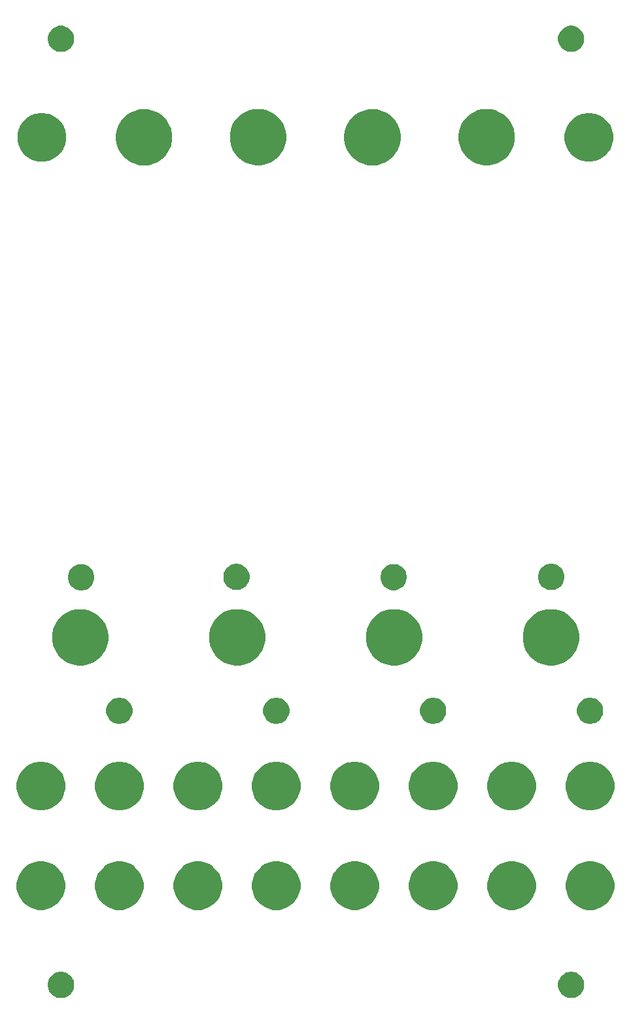
<source format=gbr>
%TF.GenerationSoftware,KiCad,Pcbnew,(5.0.1)-3*%
%TF.CreationDate,2020-04-13T19:58:09+01:00*%
%TF.ProjectId,panel,70616E656C2E6B696361645F70636200,rev?*%
%TF.SameCoordinates,Original*%
%TF.FileFunction,Soldermask,Top*%
%TF.FilePolarity,Negative*%
%FSLAX46Y46*%
G04 Gerber Fmt 4.6, Leading zero omitted, Abs format (unit mm)*
G04 Created by KiCad (PCBNEW (5.0.1)-3) date 13/04/2020 19:58:09*
%MOMM*%
%LPD*%
G01*
G04 APERTURE LIST*
%ADD10C,0.400000*%
G04 APERTURE END LIST*
D10*
G36*
X176396160Y-127314368D02*
X176396162Y-127314369D01*
X176396163Y-127314369D01*
X176510514Y-127361735D01*
X176705726Y-127442594D01*
X176984327Y-127628749D01*
X177221251Y-127865673D01*
X177407406Y-128144274D01*
X177535632Y-128453840D01*
X177601000Y-128782465D01*
X177601000Y-129117535D01*
X177535632Y-129446160D01*
X177407406Y-129755726D01*
X177221251Y-130034327D01*
X176984327Y-130271251D01*
X176705726Y-130457406D01*
X176510514Y-130538265D01*
X176396163Y-130585631D01*
X176396162Y-130585631D01*
X176396160Y-130585632D01*
X176067535Y-130651000D01*
X175732465Y-130651000D01*
X175403840Y-130585632D01*
X175403838Y-130585631D01*
X175403837Y-130585631D01*
X175289486Y-130538265D01*
X175094274Y-130457406D01*
X174815673Y-130271251D01*
X174578749Y-130034327D01*
X174392594Y-129755726D01*
X174264368Y-129446160D01*
X174199000Y-129117535D01*
X174199000Y-128782465D01*
X174264368Y-128453840D01*
X174392594Y-128144274D01*
X174578749Y-127865673D01*
X174815673Y-127628749D01*
X175094274Y-127442594D01*
X175289486Y-127361735D01*
X175403837Y-127314369D01*
X175403838Y-127314369D01*
X175403840Y-127314368D01*
X175732465Y-127249000D01*
X176067535Y-127249000D01*
X176396160Y-127314368D01*
X176396160Y-127314368D01*
G37*
G36*
X110346160Y-127314368D02*
X110346162Y-127314369D01*
X110346163Y-127314369D01*
X110460514Y-127361735D01*
X110655726Y-127442594D01*
X110934327Y-127628749D01*
X111171251Y-127865673D01*
X111357406Y-128144274D01*
X111485632Y-128453840D01*
X111551000Y-128782465D01*
X111551000Y-129117535D01*
X111485632Y-129446160D01*
X111357406Y-129755726D01*
X111171251Y-130034327D01*
X110934327Y-130271251D01*
X110655726Y-130457406D01*
X110460514Y-130538265D01*
X110346163Y-130585631D01*
X110346162Y-130585631D01*
X110346160Y-130585632D01*
X110017535Y-130651000D01*
X109682465Y-130651000D01*
X109353840Y-130585632D01*
X109353838Y-130585631D01*
X109353837Y-130585631D01*
X109239486Y-130538265D01*
X109044274Y-130457406D01*
X108765673Y-130271251D01*
X108528749Y-130034327D01*
X108342594Y-129755726D01*
X108214368Y-129446160D01*
X108149000Y-129117535D01*
X108149000Y-128782465D01*
X108214368Y-128453840D01*
X108342594Y-128144274D01*
X108528749Y-127865673D01*
X108765673Y-127628749D01*
X109044274Y-127442594D01*
X109239486Y-127361735D01*
X109353837Y-127314369D01*
X109353838Y-127314369D01*
X109353840Y-127314368D01*
X109682465Y-127249000D01*
X110017535Y-127249000D01*
X110346160Y-127314368D01*
X110346160Y-127314368D01*
G37*
G36*
X179066191Y-113029727D02*
X179269113Y-113070091D01*
X179842558Y-113307620D01*
X180343679Y-113642459D01*
X180358648Y-113652461D01*
X180797539Y-114091352D01*
X180797541Y-114091355D01*
X181142380Y-114607442D01*
X181375767Y-115170888D01*
X181379909Y-115180888D01*
X181499011Y-115779652D01*
X181501000Y-115789654D01*
X181501000Y-116410346D01*
X181379909Y-117019113D01*
X181142380Y-117592558D01*
X180804223Y-118098645D01*
X180797539Y-118108648D01*
X180358648Y-118547539D01*
X180358645Y-118547541D01*
X179842558Y-118892380D01*
X179269113Y-119129909D01*
X179066191Y-119170273D01*
X178660348Y-119251000D01*
X178039652Y-119251000D01*
X177633809Y-119170273D01*
X177430887Y-119129909D01*
X176857442Y-118892380D01*
X176341355Y-118547541D01*
X176341352Y-118547539D01*
X175902461Y-118108648D01*
X175895777Y-118098645D01*
X175557620Y-117592558D01*
X175320091Y-117019113D01*
X175199000Y-116410346D01*
X175199000Y-115789654D01*
X175200990Y-115779652D01*
X175320091Y-115180888D01*
X175324233Y-115170888D01*
X175557620Y-114607442D01*
X175902459Y-114091355D01*
X175902461Y-114091352D01*
X176341352Y-113652461D01*
X176356321Y-113642459D01*
X176857442Y-113307620D01*
X177430887Y-113070091D01*
X177633809Y-113029727D01*
X178039652Y-112949000D01*
X178660348Y-112949000D01*
X179066191Y-113029727D01*
X179066191Y-113029727D01*
G37*
G36*
X138436191Y-113029727D02*
X138639113Y-113070091D01*
X139212558Y-113307620D01*
X139713679Y-113642459D01*
X139728648Y-113652461D01*
X140167539Y-114091352D01*
X140167541Y-114091355D01*
X140512380Y-114607442D01*
X140745767Y-115170888D01*
X140749909Y-115180888D01*
X140869011Y-115779652D01*
X140871000Y-115789654D01*
X140871000Y-116410346D01*
X140749909Y-117019113D01*
X140512380Y-117592558D01*
X140174223Y-118098645D01*
X140167539Y-118108648D01*
X139728648Y-118547539D01*
X139728645Y-118547541D01*
X139212558Y-118892380D01*
X138639113Y-119129909D01*
X138436191Y-119170273D01*
X138030348Y-119251000D01*
X137409652Y-119251000D01*
X137003809Y-119170273D01*
X136800887Y-119129909D01*
X136227442Y-118892380D01*
X135711355Y-118547541D01*
X135711352Y-118547539D01*
X135272461Y-118108648D01*
X135265777Y-118098645D01*
X134927620Y-117592558D01*
X134690091Y-117019113D01*
X134569000Y-116410346D01*
X134569000Y-115789654D01*
X134570990Y-115779652D01*
X134690091Y-115180888D01*
X134694233Y-115170888D01*
X134927620Y-114607442D01*
X135272459Y-114091355D01*
X135272461Y-114091352D01*
X135711352Y-113652461D01*
X135726321Y-113642459D01*
X136227442Y-113307620D01*
X136800887Y-113070091D01*
X137003809Y-113029727D01*
X137409652Y-112949000D01*
X138030348Y-112949000D01*
X138436191Y-113029727D01*
X138436191Y-113029727D01*
G37*
G36*
X118116191Y-113029727D02*
X118319113Y-113070091D01*
X118892558Y-113307620D01*
X119393679Y-113642459D01*
X119408648Y-113652461D01*
X119847539Y-114091352D01*
X119847541Y-114091355D01*
X120192380Y-114607442D01*
X120425767Y-115170888D01*
X120429909Y-115180888D01*
X120549011Y-115779652D01*
X120551000Y-115789654D01*
X120551000Y-116410346D01*
X120429909Y-117019113D01*
X120192380Y-117592558D01*
X119854223Y-118098645D01*
X119847539Y-118108648D01*
X119408648Y-118547539D01*
X119408645Y-118547541D01*
X118892558Y-118892380D01*
X118319113Y-119129909D01*
X118116191Y-119170273D01*
X117710348Y-119251000D01*
X117089652Y-119251000D01*
X116683809Y-119170273D01*
X116480887Y-119129909D01*
X115907442Y-118892380D01*
X115391355Y-118547541D01*
X115391352Y-118547539D01*
X114952461Y-118108648D01*
X114945777Y-118098645D01*
X114607620Y-117592558D01*
X114370091Y-117019113D01*
X114249000Y-116410346D01*
X114249000Y-115789654D01*
X114250990Y-115779652D01*
X114370091Y-115180888D01*
X114374233Y-115170888D01*
X114607620Y-114607442D01*
X114952459Y-114091355D01*
X114952461Y-114091352D01*
X115391352Y-113652461D01*
X115406321Y-113642459D01*
X115907442Y-113307620D01*
X116480887Y-113070091D01*
X116683809Y-113029727D01*
X117089652Y-112949000D01*
X117710348Y-112949000D01*
X118116191Y-113029727D01*
X118116191Y-113029727D01*
G37*
G36*
X158746191Y-113029727D02*
X158949113Y-113070091D01*
X159522558Y-113307620D01*
X160023679Y-113642459D01*
X160038648Y-113652461D01*
X160477539Y-114091352D01*
X160477541Y-114091355D01*
X160822380Y-114607442D01*
X161055767Y-115170888D01*
X161059909Y-115180888D01*
X161179011Y-115779652D01*
X161181000Y-115789654D01*
X161181000Y-116410346D01*
X161059909Y-117019113D01*
X160822380Y-117592558D01*
X160484223Y-118098645D01*
X160477539Y-118108648D01*
X160038648Y-118547539D01*
X160038645Y-118547541D01*
X159522558Y-118892380D01*
X158949113Y-119129909D01*
X158746191Y-119170273D01*
X158340348Y-119251000D01*
X157719652Y-119251000D01*
X157313809Y-119170273D01*
X157110887Y-119129909D01*
X156537442Y-118892380D01*
X156021355Y-118547541D01*
X156021352Y-118547539D01*
X155582461Y-118108648D01*
X155575777Y-118098645D01*
X155237620Y-117592558D01*
X155000091Y-117019113D01*
X154879000Y-116410346D01*
X154879000Y-115789654D01*
X154880990Y-115779652D01*
X155000091Y-115180888D01*
X155004233Y-115170888D01*
X155237620Y-114607442D01*
X155582459Y-114091355D01*
X155582461Y-114091352D01*
X156021352Y-113652461D01*
X156036321Y-113642459D01*
X156537442Y-113307620D01*
X157110887Y-113070091D01*
X157313809Y-113029727D01*
X157719652Y-112949000D01*
X158340348Y-112949000D01*
X158746191Y-113029727D01*
X158746191Y-113029727D01*
G37*
G36*
X128286191Y-113029727D02*
X128489113Y-113070091D01*
X129062558Y-113307620D01*
X129563679Y-113642459D01*
X129578648Y-113652461D01*
X130017539Y-114091352D01*
X130017541Y-114091355D01*
X130362380Y-114607442D01*
X130595767Y-115170888D01*
X130599909Y-115180888D01*
X130719011Y-115779652D01*
X130721000Y-115789654D01*
X130721000Y-116410346D01*
X130599909Y-117019113D01*
X130362380Y-117592558D01*
X130024223Y-118098645D01*
X130017539Y-118108648D01*
X129578648Y-118547539D01*
X129578645Y-118547541D01*
X129062558Y-118892380D01*
X128489113Y-119129909D01*
X128286191Y-119170273D01*
X127880348Y-119251000D01*
X127259652Y-119251000D01*
X126853809Y-119170273D01*
X126650887Y-119129909D01*
X126077442Y-118892380D01*
X125561355Y-118547541D01*
X125561352Y-118547539D01*
X125122461Y-118108648D01*
X125115777Y-118098645D01*
X124777620Y-117592558D01*
X124540091Y-117019113D01*
X124419000Y-116410346D01*
X124419000Y-115789654D01*
X124420990Y-115779652D01*
X124540091Y-115180888D01*
X124544233Y-115170888D01*
X124777620Y-114607442D01*
X125122459Y-114091355D01*
X125122461Y-114091352D01*
X125561352Y-113652461D01*
X125576321Y-113642459D01*
X126077442Y-113307620D01*
X126650887Y-113070091D01*
X126853809Y-113029727D01*
X127259652Y-112949000D01*
X127880348Y-112949000D01*
X128286191Y-113029727D01*
X128286191Y-113029727D01*
G37*
G36*
X148596191Y-113019727D02*
X148799113Y-113060091D01*
X149372558Y-113297620D01*
X149885165Y-113640134D01*
X149888648Y-113642461D01*
X150327539Y-114081352D01*
X150327541Y-114081355D01*
X150672380Y-114597442D01*
X150909909Y-115170887D01*
X150909909Y-115170888D01*
X151031000Y-115779652D01*
X151031000Y-116400348D01*
X150950273Y-116806191D01*
X150909909Y-117009113D01*
X150672380Y-117582558D01*
X150665698Y-117592558D01*
X150327539Y-118098648D01*
X149888648Y-118537539D01*
X149888645Y-118537541D01*
X149372558Y-118882380D01*
X148799113Y-119119909D01*
X148748839Y-119129909D01*
X148190348Y-119241000D01*
X147569652Y-119241000D01*
X147011161Y-119129909D01*
X146960887Y-119119909D01*
X146387442Y-118882380D01*
X145871355Y-118537541D01*
X145871352Y-118537539D01*
X145432461Y-118098648D01*
X145094302Y-117592558D01*
X145087620Y-117582558D01*
X144850091Y-117009113D01*
X144809727Y-116806191D01*
X144729000Y-116400348D01*
X144729000Y-115779652D01*
X144850091Y-115170888D01*
X144850091Y-115170887D01*
X145087620Y-114597442D01*
X145432459Y-114081355D01*
X145432461Y-114081352D01*
X145871352Y-113642461D01*
X145874835Y-113640134D01*
X146387442Y-113297620D01*
X146960887Y-113060091D01*
X147163809Y-113019727D01*
X147569652Y-112939000D01*
X148190348Y-112939000D01*
X148596191Y-113019727D01*
X148596191Y-113019727D01*
G37*
G36*
X107966191Y-113019727D02*
X108169113Y-113060091D01*
X108742558Y-113297620D01*
X109255165Y-113640134D01*
X109258648Y-113642461D01*
X109697539Y-114081352D01*
X109697541Y-114081355D01*
X110042380Y-114597442D01*
X110279909Y-115170887D01*
X110279909Y-115170888D01*
X110401000Y-115779652D01*
X110401000Y-116400348D01*
X110320273Y-116806191D01*
X110279909Y-117009113D01*
X110042380Y-117582558D01*
X110035698Y-117592558D01*
X109697539Y-118098648D01*
X109258648Y-118537539D01*
X109258645Y-118537541D01*
X108742558Y-118882380D01*
X108169113Y-119119909D01*
X108118839Y-119129909D01*
X107560348Y-119241000D01*
X106939652Y-119241000D01*
X106381161Y-119129909D01*
X106330887Y-119119909D01*
X105757442Y-118882380D01*
X105241355Y-118537541D01*
X105241352Y-118537539D01*
X104802461Y-118098648D01*
X104464302Y-117592558D01*
X104457620Y-117582558D01*
X104220091Y-117009113D01*
X104179727Y-116806191D01*
X104099000Y-116400348D01*
X104099000Y-115779652D01*
X104220091Y-115170888D01*
X104220091Y-115170887D01*
X104457620Y-114597442D01*
X104802459Y-114081355D01*
X104802461Y-114081352D01*
X105241352Y-113642461D01*
X105244835Y-113640134D01*
X105757442Y-113297620D01*
X106330887Y-113060091D01*
X106533809Y-113019727D01*
X106939652Y-112939000D01*
X107560348Y-112939000D01*
X107966191Y-113019727D01*
X107966191Y-113019727D01*
G37*
G36*
X168916191Y-113019727D02*
X169119113Y-113060091D01*
X169692558Y-113297620D01*
X170205165Y-113640134D01*
X170208648Y-113642461D01*
X170647539Y-114081352D01*
X170647541Y-114081355D01*
X170992380Y-114597442D01*
X171229909Y-115170887D01*
X171229909Y-115170888D01*
X171351000Y-115779652D01*
X171351000Y-116400348D01*
X171270273Y-116806191D01*
X171229909Y-117009113D01*
X170992380Y-117582558D01*
X170985698Y-117592558D01*
X170647539Y-118098648D01*
X170208648Y-118537539D01*
X170208645Y-118537541D01*
X169692558Y-118882380D01*
X169119113Y-119119909D01*
X169068839Y-119129909D01*
X168510348Y-119241000D01*
X167889652Y-119241000D01*
X167331161Y-119129909D01*
X167280887Y-119119909D01*
X166707442Y-118882380D01*
X166191355Y-118537541D01*
X166191352Y-118537539D01*
X165752461Y-118098648D01*
X165414302Y-117592558D01*
X165407620Y-117582558D01*
X165170091Y-117009113D01*
X165129727Y-116806191D01*
X165049000Y-116400348D01*
X165049000Y-115779652D01*
X165170091Y-115170888D01*
X165170091Y-115170887D01*
X165407620Y-114597442D01*
X165752459Y-114081355D01*
X165752461Y-114081352D01*
X166191352Y-113642461D01*
X166194835Y-113640134D01*
X166707442Y-113297620D01*
X167280887Y-113060091D01*
X167483809Y-113019727D01*
X167889652Y-112939000D01*
X168510348Y-112939000D01*
X168916191Y-113019727D01*
X168916191Y-113019727D01*
G37*
G36*
X148586191Y-100129727D02*
X148789113Y-100170091D01*
X149362558Y-100407620D01*
X149863679Y-100742459D01*
X149878648Y-100752461D01*
X150317539Y-101191352D01*
X150317541Y-101191355D01*
X150662380Y-101707442D01*
X150895767Y-102270888D01*
X150899909Y-102280888D01*
X151019011Y-102879652D01*
X151021000Y-102889654D01*
X151021000Y-103510346D01*
X150899909Y-104119113D01*
X150662380Y-104692558D01*
X150324223Y-105198645D01*
X150317539Y-105208648D01*
X149878648Y-105647539D01*
X149878645Y-105647541D01*
X149362558Y-105992380D01*
X148789113Y-106229909D01*
X148586191Y-106270273D01*
X148180348Y-106351000D01*
X147559652Y-106351000D01*
X147153809Y-106270273D01*
X146950887Y-106229909D01*
X146377442Y-105992380D01*
X145861355Y-105647541D01*
X145861352Y-105647539D01*
X145422461Y-105208648D01*
X145415777Y-105198645D01*
X145077620Y-104692558D01*
X144840091Y-104119113D01*
X144719000Y-103510346D01*
X144719000Y-102889654D01*
X144720990Y-102879652D01*
X144840091Y-102280888D01*
X144844233Y-102270888D01*
X145077620Y-101707442D01*
X145422459Y-101191355D01*
X145422461Y-101191352D01*
X145861352Y-100752461D01*
X145876321Y-100742459D01*
X146377442Y-100407620D01*
X146950887Y-100170091D01*
X147153809Y-100129727D01*
X147559652Y-100049000D01*
X148180348Y-100049000D01*
X148586191Y-100129727D01*
X148586191Y-100129727D01*
G37*
G36*
X107966191Y-100129727D02*
X108169113Y-100170091D01*
X108742558Y-100407620D01*
X109243679Y-100742459D01*
X109258648Y-100752461D01*
X109697539Y-101191352D01*
X109697541Y-101191355D01*
X110042380Y-101707442D01*
X110275767Y-102270888D01*
X110279909Y-102280888D01*
X110399011Y-102879652D01*
X110401000Y-102889654D01*
X110401000Y-103510346D01*
X110279909Y-104119113D01*
X110042380Y-104692558D01*
X109704223Y-105198645D01*
X109697539Y-105208648D01*
X109258648Y-105647539D01*
X109258645Y-105647541D01*
X108742558Y-105992380D01*
X108169113Y-106229909D01*
X107966191Y-106270273D01*
X107560348Y-106351000D01*
X106939652Y-106351000D01*
X106533809Y-106270273D01*
X106330887Y-106229909D01*
X105757442Y-105992380D01*
X105241355Y-105647541D01*
X105241352Y-105647539D01*
X104802461Y-105208648D01*
X104795777Y-105198645D01*
X104457620Y-104692558D01*
X104220091Y-104119113D01*
X104099000Y-103510346D01*
X104099000Y-102889654D01*
X104100990Y-102879652D01*
X104220091Y-102280888D01*
X104224233Y-102270888D01*
X104457620Y-101707442D01*
X104802459Y-101191355D01*
X104802461Y-101191352D01*
X105241352Y-100752461D01*
X105256321Y-100742459D01*
X105757442Y-100407620D01*
X106330887Y-100170091D01*
X106533809Y-100129727D01*
X106939652Y-100049000D01*
X107560348Y-100049000D01*
X107966191Y-100129727D01*
X107966191Y-100129727D01*
G37*
G36*
X179076191Y-100129727D02*
X179279113Y-100170091D01*
X179852558Y-100407620D01*
X180353679Y-100742459D01*
X180368648Y-100752461D01*
X180807539Y-101191352D01*
X180807541Y-101191355D01*
X181152380Y-101707442D01*
X181385767Y-102270888D01*
X181389909Y-102280888D01*
X181509011Y-102879652D01*
X181511000Y-102889654D01*
X181511000Y-103510346D01*
X181389909Y-104119113D01*
X181152380Y-104692558D01*
X180814223Y-105198645D01*
X180807539Y-105208648D01*
X180368648Y-105647539D01*
X180368645Y-105647541D01*
X179852558Y-105992380D01*
X179279113Y-106229909D01*
X179076191Y-106270273D01*
X178670348Y-106351000D01*
X178049652Y-106351000D01*
X177643809Y-106270273D01*
X177440887Y-106229909D01*
X176867442Y-105992380D01*
X176351355Y-105647541D01*
X176351352Y-105647539D01*
X175912461Y-105208648D01*
X175905777Y-105198645D01*
X175567620Y-104692558D01*
X175330091Y-104119113D01*
X175209000Y-103510346D01*
X175209000Y-102889654D01*
X175210990Y-102879652D01*
X175330091Y-102280888D01*
X175334233Y-102270888D01*
X175567620Y-101707442D01*
X175912459Y-101191355D01*
X175912461Y-101191352D01*
X176351352Y-100752461D01*
X176366321Y-100742459D01*
X176867442Y-100407620D01*
X177440887Y-100170091D01*
X177643809Y-100129727D01*
X178049652Y-100049000D01*
X178670348Y-100049000D01*
X179076191Y-100129727D01*
X179076191Y-100129727D01*
G37*
G36*
X118126191Y-100129727D02*
X118329113Y-100170091D01*
X118902558Y-100407620D01*
X119403679Y-100742459D01*
X119418648Y-100752461D01*
X119857539Y-101191352D01*
X119857541Y-101191355D01*
X120202380Y-101707442D01*
X120435767Y-102270888D01*
X120439909Y-102280888D01*
X120559011Y-102879652D01*
X120561000Y-102889654D01*
X120561000Y-103510346D01*
X120439909Y-104119113D01*
X120202380Y-104692558D01*
X119864223Y-105198645D01*
X119857539Y-105208648D01*
X119418648Y-105647539D01*
X119418645Y-105647541D01*
X118902558Y-105992380D01*
X118329113Y-106229909D01*
X118126191Y-106270273D01*
X117720348Y-106351000D01*
X117099652Y-106351000D01*
X116693809Y-106270273D01*
X116490887Y-106229909D01*
X115917442Y-105992380D01*
X115401355Y-105647541D01*
X115401352Y-105647539D01*
X114962461Y-105208648D01*
X114955777Y-105198645D01*
X114617620Y-104692558D01*
X114380091Y-104119113D01*
X114259000Y-103510346D01*
X114259000Y-102889654D01*
X114260990Y-102879652D01*
X114380091Y-102280888D01*
X114384233Y-102270888D01*
X114617620Y-101707442D01*
X114962459Y-101191355D01*
X114962461Y-101191352D01*
X115401352Y-100752461D01*
X115416321Y-100742459D01*
X115917442Y-100407620D01*
X116490887Y-100170091D01*
X116693809Y-100129727D01*
X117099652Y-100049000D01*
X117720348Y-100049000D01*
X118126191Y-100129727D01*
X118126191Y-100129727D01*
G37*
G36*
X158756191Y-100129727D02*
X158959113Y-100170091D01*
X159532558Y-100407620D01*
X160033679Y-100742459D01*
X160048648Y-100752461D01*
X160487539Y-101191352D01*
X160487541Y-101191355D01*
X160832380Y-101707442D01*
X161065767Y-102270888D01*
X161069909Y-102280888D01*
X161189011Y-102879652D01*
X161191000Y-102889654D01*
X161191000Y-103510346D01*
X161069909Y-104119113D01*
X160832380Y-104692558D01*
X160494223Y-105198645D01*
X160487539Y-105208648D01*
X160048648Y-105647539D01*
X160048645Y-105647541D01*
X159532558Y-105992380D01*
X158959113Y-106229909D01*
X158756191Y-106270273D01*
X158350348Y-106351000D01*
X157729652Y-106351000D01*
X157323809Y-106270273D01*
X157120887Y-106229909D01*
X156547442Y-105992380D01*
X156031355Y-105647541D01*
X156031352Y-105647539D01*
X155592461Y-105208648D01*
X155585777Y-105198645D01*
X155247620Y-104692558D01*
X155010091Y-104119113D01*
X154889000Y-103510346D01*
X154889000Y-102889654D01*
X154890990Y-102879652D01*
X155010091Y-102280888D01*
X155014233Y-102270888D01*
X155247620Y-101707442D01*
X155592459Y-101191355D01*
X155592461Y-101191352D01*
X156031352Y-100752461D01*
X156046321Y-100742459D01*
X156547442Y-100407620D01*
X157120887Y-100170091D01*
X157323809Y-100129727D01*
X157729652Y-100049000D01*
X158350348Y-100049000D01*
X158756191Y-100129727D01*
X158756191Y-100129727D01*
G37*
G36*
X128296191Y-100129727D02*
X128499113Y-100170091D01*
X129072558Y-100407620D01*
X129573679Y-100742459D01*
X129588648Y-100752461D01*
X130027539Y-101191352D01*
X130027541Y-101191355D01*
X130372380Y-101707442D01*
X130605767Y-102270888D01*
X130609909Y-102280888D01*
X130729011Y-102879652D01*
X130731000Y-102889654D01*
X130731000Y-103510346D01*
X130609909Y-104119113D01*
X130372380Y-104692558D01*
X130034223Y-105198645D01*
X130027539Y-105208648D01*
X129588648Y-105647539D01*
X129588645Y-105647541D01*
X129072558Y-105992380D01*
X128499113Y-106229909D01*
X128296191Y-106270273D01*
X127890348Y-106351000D01*
X127269652Y-106351000D01*
X126863809Y-106270273D01*
X126660887Y-106229909D01*
X126087442Y-105992380D01*
X125571355Y-105647541D01*
X125571352Y-105647539D01*
X125132461Y-105208648D01*
X125125777Y-105198645D01*
X124787620Y-104692558D01*
X124550091Y-104119113D01*
X124429000Y-103510346D01*
X124429000Y-102889654D01*
X124430990Y-102879652D01*
X124550091Y-102280888D01*
X124554233Y-102270888D01*
X124787620Y-101707442D01*
X125132459Y-101191355D01*
X125132461Y-101191352D01*
X125571352Y-100752461D01*
X125586321Y-100742459D01*
X126087442Y-100407620D01*
X126660887Y-100170091D01*
X126863809Y-100129727D01*
X127269652Y-100049000D01*
X127890348Y-100049000D01*
X128296191Y-100129727D01*
X128296191Y-100129727D01*
G37*
G36*
X138436191Y-100129727D02*
X138639113Y-100170091D01*
X139212558Y-100407620D01*
X139713679Y-100742459D01*
X139728648Y-100752461D01*
X140167539Y-101191352D01*
X140167541Y-101191355D01*
X140512380Y-101707442D01*
X140745767Y-102270888D01*
X140749909Y-102280888D01*
X140869011Y-102879652D01*
X140871000Y-102889654D01*
X140871000Y-103510346D01*
X140749909Y-104119113D01*
X140512380Y-104692558D01*
X140174223Y-105198645D01*
X140167539Y-105208648D01*
X139728648Y-105647539D01*
X139728645Y-105647541D01*
X139212558Y-105992380D01*
X138639113Y-106229909D01*
X138436191Y-106270273D01*
X138030348Y-106351000D01*
X137409652Y-106351000D01*
X137003809Y-106270273D01*
X136800887Y-106229909D01*
X136227442Y-105992380D01*
X135711355Y-105647541D01*
X135711352Y-105647539D01*
X135272461Y-105208648D01*
X135265777Y-105198645D01*
X134927620Y-104692558D01*
X134690091Y-104119113D01*
X134569000Y-103510346D01*
X134569000Y-102889654D01*
X134570990Y-102879652D01*
X134690091Y-102280888D01*
X134694233Y-102270888D01*
X134927620Y-101707442D01*
X135272459Y-101191355D01*
X135272461Y-101191352D01*
X135711352Y-100752461D01*
X135726321Y-100742459D01*
X136227442Y-100407620D01*
X136800887Y-100170091D01*
X137003809Y-100129727D01*
X137409652Y-100049000D01*
X138030348Y-100049000D01*
X138436191Y-100129727D01*
X138436191Y-100129727D01*
G37*
G36*
X168916191Y-100119727D02*
X169119113Y-100160091D01*
X169692558Y-100397620D01*
X170205165Y-100740134D01*
X170208648Y-100742461D01*
X170647539Y-101181352D01*
X170647541Y-101181355D01*
X170992380Y-101697442D01*
X171229909Y-102270887D01*
X171229909Y-102270888D01*
X171351000Y-102879652D01*
X171351000Y-103500348D01*
X171270273Y-103906191D01*
X171229909Y-104109113D01*
X170992380Y-104682558D01*
X170985698Y-104692558D01*
X170647539Y-105198648D01*
X170208648Y-105637539D01*
X170208645Y-105637541D01*
X169692558Y-105982380D01*
X169119113Y-106219909D01*
X169068839Y-106229909D01*
X168510348Y-106341000D01*
X167889652Y-106341000D01*
X167331161Y-106229909D01*
X167280887Y-106219909D01*
X166707442Y-105982380D01*
X166191355Y-105637541D01*
X166191352Y-105637539D01*
X165752461Y-105198648D01*
X165414302Y-104692558D01*
X165407620Y-104682558D01*
X165170091Y-104109113D01*
X165129727Y-103906191D01*
X165049000Y-103500348D01*
X165049000Y-102879652D01*
X165170091Y-102270888D01*
X165170091Y-102270887D01*
X165407620Y-101697442D01*
X165752459Y-101181355D01*
X165752461Y-101181352D01*
X166191352Y-100742461D01*
X166194835Y-100740134D01*
X166707442Y-100397620D01*
X167280887Y-100160091D01*
X167483809Y-100119727D01*
X167889652Y-100039000D01*
X168510348Y-100039000D01*
X168916191Y-100119727D01*
X168916191Y-100119727D01*
G37*
G36*
X117896160Y-91814368D02*
X117896162Y-91814369D01*
X117896163Y-91814369D01*
X118010514Y-91861735D01*
X118205726Y-91942594D01*
X118484327Y-92128749D01*
X118721251Y-92365673D01*
X118907406Y-92644274D01*
X119035632Y-92953840D01*
X119101000Y-93282465D01*
X119101000Y-93617535D01*
X119035632Y-93946160D01*
X118907406Y-94255726D01*
X118721251Y-94534327D01*
X118484327Y-94771251D01*
X118205726Y-94957406D01*
X118010514Y-95038265D01*
X117896163Y-95085631D01*
X117896162Y-95085631D01*
X117896160Y-95085632D01*
X117567535Y-95151000D01*
X117232465Y-95151000D01*
X116903840Y-95085632D01*
X116903838Y-95085631D01*
X116903837Y-95085631D01*
X116789486Y-95038265D01*
X116594274Y-94957406D01*
X116315673Y-94771251D01*
X116078749Y-94534327D01*
X115892594Y-94255726D01*
X115764368Y-93946160D01*
X115699000Y-93617535D01*
X115699000Y-93282465D01*
X115764368Y-92953840D01*
X115892594Y-92644274D01*
X116078749Y-92365673D01*
X116315673Y-92128749D01*
X116594274Y-91942594D01*
X116789486Y-91861735D01*
X116903837Y-91814369D01*
X116903838Y-91814369D01*
X116903840Y-91814368D01*
X117232465Y-91749000D01*
X117567535Y-91749000D01*
X117896160Y-91814368D01*
X117896160Y-91814368D01*
G37*
G36*
X158526160Y-91814368D02*
X158526162Y-91814369D01*
X158526163Y-91814369D01*
X158640514Y-91861735D01*
X158835726Y-91942594D01*
X159114327Y-92128749D01*
X159351251Y-92365673D01*
X159537406Y-92644274D01*
X159665632Y-92953840D01*
X159731000Y-93282465D01*
X159731000Y-93617535D01*
X159665632Y-93946160D01*
X159537406Y-94255726D01*
X159351251Y-94534327D01*
X159114327Y-94771251D01*
X158835726Y-94957406D01*
X158640514Y-95038265D01*
X158526163Y-95085631D01*
X158526162Y-95085631D01*
X158526160Y-95085632D01*
X158197535Y-95151000D01*
X157862465Y-95151000D01*
X157533840Y-95085632D01*
X157533838Y-95085631D01*
X157533837Y-95085631D01*
X157419486Y-95038265D01*
X157224274Y-94957406D01*
X156945673Y-94771251D01*
X156708749Y-94534327D01*
X156522594Y-94255726D01*
X156394368Y-93946160D01*
X156329000Y-93617535D01*
X156329000Y-93282465D01*
X156394368Y-92953840D01*
X156522594Y-92644274D01*
X156708749Y-92365673D01*
X156945673Y-92128749D01*
X157224274Y-91942594D01*
X157419486Y-91861735D01*
X157533837Y-91814369D01*
X157533838Y-91814369D01*
X157533840Y-91814368D01*
X157862465Y-91749000D01*
X158197535Y-91749000D01*
X158526160Y-91814368D01*
X158526160Y-91814368D01*
G37*
G36*
X178846160Y-91814368D02*
X178846162Y-91814369D01*
X178846163Y-91814369D01*
X178960514Y-91861735D01*
X179155726Y-91942594D01*
X179434327Y-92128749D01*
X179671251Y-92365673D01*
X179857406Y-92644274D01*
X179985632Y-92953840D01*
X180051000Y-93282465D01*
X180051000Y-93617535D01*
X179985632Y-93946160D01*
X179857406Y-94255726D01*
X179671251Y-94534327D01*
X179434327Y-94771251D01*
X179155726Y-94957406D01*
X178960514Y-95038265D01*
X178846163Y-95085631D01*
X178846162Y-95085631D01*
X178846160Y-95085632D01*
X178517535Y-95151000D01*
X178182465Y-95151000D01*
X177853840Y-95085632D01*
X177853838Y-95085631D01*
X177853837Y-95085631D01*
X177739486Y-95038265D01*
X177544274Y-94957406D01*
X177265673Y-94771251D01*
X177028749Y-94534327D01*
X176842594Y-94255726D01*
X176714368Y-93946160D01*
X176649000Y-93617535D01*
X176649000Y-93282465D01*
X176714368Y-92953840D01*
X176842594Y-92644274D01*
X177028749Y-92365673D01*
X177265673Y-92128749D01*
X177544274Y-91942594D01*
X177739486Y-91861735D01*
X177853837Y-91814369D01*
X177853838Y-91814369D01*
X177853840Y-91814368D01*
X178182465Y-91749000D01*
X178517535Y-91749000D01*
X178846160Y-91814368D01*
X178846160Y-91814368D01*
G37*
G36*
X138216160Y-91814368D02*
X138216162Y-91814369D01*
X138216163Y-91814369D01*
X138330514Y-91861735D01*
X138525726Y-91942594D01*
X138804327Y-92128749D01*
X139041251Y-92365673D01*
X139227406Y-92644274D01*
X139355632Y-92953840D01*
X139421000Y-93282465D01*
X139421000Y-93617535D01*
X139355632Y-93946160D01*
X139227406Y-94255726D01*
X139041251Y-94534327D01*
X138804327Y-94771251D01*
X138525726Y-94957406D01*
X138330514Y-95038265D01*
X138216163Y-95085631D01*
X138216162Y-95085631D01*
X138216160Y-95085632D01*
X137887535Y-95151000D01*
X137552465Y-95151000D01*
X137223840Y-95085632D01*
X137223838Y-95085631D01*
X137223837Y-95085631D01*
X137109486Y-95038265D01*
X136914274Y-94957406D01*
X136635673Y-94771251D01*
X136398749Y-94534327D01*
X136212594Y-94255726D01*
X136084368Y-93946160D01*
X136019000Y-93617535D01*
X136019000Y-93282465D01*
X136084368Y-92953840D01*
X136212594Y-92644274D01*
X136398749Y-92365673D01*
X136635673Y-92128749D01*
X136914274Y-91942594D01*
X137109486Y-91861735D01*
X137223837Y-91814369D01*
X137223838Y-91814369D01*
X137223840Y-91814368D01*
X137552465Y-91749000D01*
X137887535Y-91749000D01*
X138216160Y-91814368D01*
X138216160Y-91814368D01*
G37*
G36*
X112944714Y-80345769D02*
X113414958Y-80439306D01*
X114079397Y-80714525D01*
X114677377Y-81114083D01*
X115185917Y-81622623D01*
X115585475Y-82220603D01*
X115860694Y-82885042D01*
X116001000Y-83590408D01*
X116001000Y-84309592D01*
X115860694Y-85014958D01*
X115585475Y-85679397D01*
X115185917Y-86277377D01*
X114677377Y-86785917D01*
X114079397Y-87185475D01*
X113414958Y-87460694D01*
X112944714Y-87554231D01*
X112709593Y-87601000D01*
X111990407Y-87601000D01*
X111755286Y-87554231D01*
X111285042Y-87460694D01*
X110620603Y-87185475D01*
X110022623Y-86785917D01*
X109514083Y-86277377D01*
X109114525Y-85679397D01*
X108839306Y-85014958D01*
X108699000Y-84309592D01*
X108699000Y-83590408D01*
X108839306Y-82885042D01*
X109114525Y-82220603D01*
X109514083Y-81622623D01*
X110022623Y-81114083D01*
X110620603Y-80714525D01*
X111285042Y-80439306D01*
X111755286Y-80345769D01*
X111990407Y-80299000D01*
X112709593Y-80299000D01*
X112944714Y-80345769D01*
X112944714Y-80345769D01*
G37*
G36*
X173894714Y-80335769D02*
X174364958Y-80429306D01*
X175029397Y-80704525D01*
X175627377Y-81104083D01*
X176135917Y-81612623D01*
X176535475Y-82210603D01*
X176810694Y-82875042D01*
X176951000Y-83580408D01*
X176951000Y-84299592D01*
X176810694Y-85004958D01*
X176535475Y-85669397D01*
X176135917Y-86267377D01*
X175627377Y-86775917D01*
X175029397Y-87175475D01*
X174364958Y-87450694D01*
X173894714Y-87544231D01*
X173659593Y-87591000D01*
X172940407Y-87591000D01*
X172705286Y-87544231D01*
X172235042Y-87450694D01*
X171570603Y-87175475D01*
X170972623Y-86775917D01*
X170464083Y-86267377D01*
X170064525Y-85669397D01*
X169789306Y-85004958D01*
X169649000Y-84299592D01*
X169649000Y-83580408D01*
X169789306Y-82875042D01*
X170064525Y-82210603D01*
X170464083Y-81612623D01*
X170972623Y-81104083D01*
X171570603Y-80704525D01*
X172235042Y-80429306D01*
X172705286Y-80335769D01*
X172940407Y-80289000D01*
X173659593Y-80289000D01*
X173894714Y-80335769D01*
X173894714Y-80335769D01*
G37*
G36*
X153584714Y-80335769D02*
X154054958Y-80429306D01*
X154719397Y-80704525D01*
X155317377Y-81104083D01*
X155825917Y-81612623D01*
X156225475Y-82210603D01*
X156500694Y-82875042D01*
X156641000Y-83580408D01*
X156641000Y-84299592D01*
X156500694Y-85004958D01*
X156225475Y-85669397D01*
X155825917Y-86267377D01*
X155317377Y-86775917D01*
X154719397Y-87175475D01*
X154054958Y-87450694D01*
X153584714Y-87544231D01*
X153349593Y-87591000D01*
X152630407Y-87591000D01*
X152395286Y-87544231D01*
X151925042Y-87450694D01*
X151260603Y-87175475D01*
X150662623Y-86775917D01*
X150154083Y-86267377D01*
X149754525Y-85669397D01*
X149479306Y-85004958D01*
X149339000Y-84299592D01*
X149339000Y-83580408D01*
X149479306Y-82875042D01*
X149754525Y-82210603D01*
X150154083Y-81612623D01*
X150662623Y-81104083D01*
X151260603Y-80704525D01*
X151925042Y-80429306D01*
X152395286Y-80335769D01*
X152630407Y-80289000D01*
X153349593Y-80289000D01*
X153584714Y-80335769D01*
X153584714Y-80335769D01*
G37*
G36*
X133274714Y-80335769D02*
X133744958Y-80429306D01*
X134409397Y-80704525D01*
X135007377Y-81104083D01*
X135515917Y-81612623D01*
X135915475Y-82210603D01*
X136190694Y-82875042D01*
X136331000Y-83580408D01*
X136331000Y-84299592D01*
X136190694Y-85004958D01*
X135915475Y-85669397D01*
X135515917Y-86267377D01*
X135007377Y-86775917D01*
X134409397Y-87175475D01*
X133744958Y-87450694D01*
X133274714Y-87544231D01*
X133039593Y-87591000D01*
X132320407Y-87591000D01*
X132085286Y-87544231D01*
X131615042Y-87450694D01*
X130950603Y-87175475D01*
X130352623Y-86775917D01*
X129844083Y-86267377D01*
X129444525Y-85669397D01*
X129169306Y-85004958D01*
X129029000Y-84299592D01*
X129029000Y-83580408D01*
X129169306Y-82875042D01*
X129444525Y-82210603D01*
X129844083Y-81612623D01*
X130352623Y-81104083D01*
X130950603Y-80704525D01*
X131615042Y-80429306D01*
X132085286Y-80335769D01*
X132320407Y-80289000D01*
X133039593Y-80289000D01*
X133274714Y-80335769D01*
X133274714Y-80335769D01*
G37*
G36*
X112956160Y-74524368D02*
X112956162Y-74524369D01*
X112956163Y-74524369D01*
X113070514Y-74571735D01*
X113265726Y-74652594D01*
X113544327Y-74838749D01*
X113781251Y-75075673D01*
X113967406Y-75354274D01*
X114095632Y-75663840D01*
X114161000Y-75992465D01*
X114161000Y-76327535D01*
X114095632Y-76656160D01*
X113967406Y-76965726D01*
X113781251Y-77244327D01*
X113544327Y-77481251D01*
X113265726Y-77667406D01*
X113070514Y-77748265D01*
X112956163Y-77795631D01*
X112956162Y-77795631D01*
X112956160Y-77795632D01*
X112627535Y-77861000D01*
X112292465Y-77861000D01*
X111963840Y-77795632D01*
X111963838Y-77795631D01*
X111963837Y-77795631D01*
X111849486Y-77748265D01*
X111654274Y-77667406D01*
X111375673Y-77481251D01*
X111138749Y-77244327D01*
X110952594Y-76965726D01*
X110824368Y-76656160D01*
X110759000Y-76327535D01*
X110759000Y-75992465D01*
X110824368Y-75663840D01*
X110952594Y-75354274D01*
X111138749Y-75075673D01*
X111375673Y-74838749D01*
X111654274Y-74652594D01*
X111849486Y-74571735D01*
X111963837Y-74524369D01*
X111963838Y-74524369D01*
X111963840Y-74524368D01*
X112292465Y-74459000D01*
X112627535Y-74459000D01*
X112956160Y-74524368D01*
X112956160Y-74524368D01*
G37*
G36*
X153416160Y-74514368D02*
X153416162Y-74514369D01*
X153416163Y-74514369D01*
X153440305Y-74524369D01*
X153725726Y-74642594D01*
X154004327Y-74828749D01*
X154241251Y-75065673D01*
X154427406Y-75344274D01*
X154508265Y-75539486D01*
X154543205Y-75623837D01*
X154555632Y-75653840D01*
X154621000Y-75982465D01*
X154621000Y-76317535D01*
X154555632Y-76646160D01*
X154427406Y-76955726D01*
X154241251Y-77234327D01*
X154004327Y-77471251D01*
X153725726Y-77657406D01*
X153530514Y-77738265D01*
X153416163Y-77785631D01*
X153416162Y-77785631D01*
X153416160Y-77785632D01*
X153087535Y-77851000D01*
X152752465Y-77851000D01*
X152423840Y-77785632D01*
X152423838Y-77785631D01*
X152423837Y-77785631D01*
X152309486Y-77738265D01*
X152114274Y-77657406D01*
X151835673Y-77471251D01*
X151598749Y-77234327D01*
X151412594Y-76955726D01*
X151284368Y-76646160D01*
X151219000Y-76317535D01*
X151219000Y-75982465D01*
X151284368Y-75653840D01*
X151296796Y-75623837D01*
X151331735Y-75539486D01*
X151412594Y-75344274D01*
X151598749Y-75065673D01*
X151835673Y-74828749D01*
X152114274Y-74642594D01*
X152399695Y-74524369D01*
X152423837Y-74514369D01*
X152423838Y-74514369D01*
X152423840Y-74514368D01*
X152752465Y-74449000D01*
X153087535Y-74449000D01*
X153416160Y-74514368D01*
X153416160Y-74514368D01*
G37*
G36*
X133066160Y-74484368D02*
X133066162Y-74484369D01*
X133066163Y-74484369D01*
X133138587Y-74514368D01*
X133375726Y-74612594D01*
X133654327Y-74798749D01*
X133891251Y-75035673D01*
X134077406Y-75314274D01*
X134205632Y-75623840D01*
X134271000Y-75952465D01*
X134271000Y-76287535D01*
X134263044Y-76327534D01*
X134205631Y-76616163D01*
X134189064Y-76656160D01*
X134077406Y-76925726D01*
X133891251Y-77204327D01*
X133654327Y-77441251D01*
X133375726Y-77627406D01*
X133303299Y-77657406D01*
X133066163Y-77755631D01*
X133066162Y-77755631D01*
X133066160Y-77755632D01*
X132737535Y-77821000D01*
X132402465Y-77821000D01*
X132073840Y-77755632D01*
X132073838Y-77755631D01*
X132073837Y-77755631D01*
X131836701Y-77657406D01*
X131764274Y-77627406D01*
X131485673Y-77441251D01*
X131248749Y-77204327D01*
X131062594Y-76925726D01*
X130950936Y-76656160D01*
X130934369Y-76616163D01*
X130876957Y-76327534D01*
X130869000Y-76287535D01*
X130869000Y-75952465D01*
X130934368Y-75623840D01*
X131062594Y-75314274D01*
X131248749Y-75035673D01*
X131485673Y-74798749D01*
X131764274Y-74612594D01*
X132001413Y-74514368D01*
X132073837Y-74484369D01*
X132073838Y-74484369D01*
X132073840Y-74484368D01*
X132402465Y-74419000D01*
X132737535Y-74419000D01*
X133066160Y-74484368D01*
X133066160Y-74484368D01*
G37*
G36*
X173826160Y-74484368D02*
X173826162Y-74484369D01*
X173826163Y-74484369D01*
X173898587Y-74514368D01*
X174135726Y-74612594D01*
X174414327Y-74798749D01*
X174651251Y-75035673D01*
X174837406Y-75314274D01*
X174965632Y-75623840D01*
X175031000Y-75952465D01*
X175031000Y-76287535D01*
X175023044Y-76327534D01*
X174965631Y-76616163D01*
X174949064Y-76656160D01*
X174837406Y-76925726D01*
X174651251Y-77204327D01*
X174414327Y-77441251D01*
X174135726Y-77627406D01*
X174063299Y-77657406D01*
X173826163Y-77755631D01*
X173826162Y-77755631D01*
X173826160Y-77755632D01*
X173497535Y-77821000D01*
X173162465Y-77821000D01*
X172833840Y-77755632D01*
X172833838Y-77755631D01*
X172833837Y-77755631D01*
X172596701Y-77657406D01*
X172524274Y-77627406D01*
X172245673Y-77441251D01*
X172008749Y-77204327D01*
X171822594Y-76925726D01*
X171710936Y-76656160D01*
X171694369Y-76616163D01*
X171636957Y-76327534D01*
X171629000Y-76287535D01*
X171629000Y-75952465D01*
X171694368Y-75623840D01*
X171822594Y-75314274D01*
X172008749Y-75035673D01*
X172245673Y-74798749D01*
X172524274Y-74612594D01*
X172761413Y-74514368D01*
X172833837Y-74484369D01*
X172833838Y-74484369D01*
X172833840Y-74484368D01*
X173162465Y-74419000D01*
X173497535Y-74419000D01*
X173826160Y-74484368D01*
X173826160Y-74484368D01*
G37*
G36*
X150774714Y-15595769D02*
X151244958Y-15689306D01*
X151909397Y-15964525D01*
X152507377Y-16364083D01*
X153015917Y-16872623D01*
X153415475Y-17470603D01*
X153690694Y-18135042D01*
X153831000Y-18840408D01*
X153831000Y-19559592D01*
X153690694Y-20264958D01*
X153415475Y-20929397D01*
X153015917Y-21527377D01*
X152507377Y-22035917D01*
X151909397Y-22435475D01*
X151244958Y-22710694D01*
X150774714Y-22804231D01*
X150539593Y-22851000D01*
X149820407Y-22851000D01*
X149585286Y-22804231D01*
X149115042Y-22710694D01*
X148450603Y-22435475D01*
X147852623Y-22035917D01*
X147344083Y-21527377D01*
X146944525Y-20929397D01*
X146669306Y-20264958D01*
X146529000Y-19559592D01*
X146529000Y-18840408D01*
X146669306Y-18135042D01*
X146944525Y-17470603D01*
X147344083Y-16872623D01*
X147852623Y-16364083D01*
X148450603Y-15964525D01*
X149115042Y-15689306D01*
X149585286Y-15595769D01*
X149820407Y-15549000D01*
X150539593Y-15549000D01*
X150774714Y-15595769D01*
X150774714Y-15595769D01*
G37*
G36*
X121194714Y-15595769D02*
X121664958Y-15689306D01*
X122329397Y-15964525D01*
X122927377Y-16364083D01*
X123435917Y-16872623D01*
X123835475Y-17470603D01*
X124110694Y-18135042D01*
X124251000Y-18840408D01*
X124251000Y-19559592D01*
X124110694Y-20264958D01*
X123835475Y-20929397D01*
X123435917Y-21527377D01*
X122927377Y-22035917D01*
X122329397Y-22435475D01*
X121664958Y-22710694D01*
X121194714Y-22804231D01*
X120959593Y-22851000D01*
X120240407Y-22851000D01*
X120005286Y-22804231D01*
X119535042Y-22710694D01*
X118870603Y-22435475D01*
X118272623Y-22035917D01*
X117764083Y-21527377D01*
X117364525Y-20929397D01*
X117089306Y-20264958D01*
X116949000Y-19559592D01*
X116949000Y-18840408D01*
X117089306Y-18135042D01*
X117364525Y-17470603D01*
X117764083Y-16872623D01*
X118272623Y-16364083D01*
X118870603Y-15964525D01*
X119535042Y-15689306D01*
X120005286Y-15595769D01*
X120240407Y-15549000D01*
X120959593Y-15549000D01*
X121194714Y-15595769D01*
X121194714Y-15595769D01*
G37*
G36*
X135964714Y-15585769D02*
X136434958Y-15679306D01*
X137099397Y-15954525D01*
X137697377Y-16354083D01*
X138205917Y-16862623D01*
X138605475Y-17460603D01*
X138880694Y-18125042D01*
X139021000Y-18830408D01*
X139021000Y-19549592D01*
X138880694Y-20254958D01*
X138605475Y-20919397D01*
X138205917Y-21517377D01*
X137697377Y-22025917D01*
X137099397Y-22425475D01*
X136434958Y-22700694D01*
X135964714Y-22794231D01*
X135729593Y-22841000D01*
X135010407Y-22841000D01*
X134775286Y-22794231D01*
X134305042Y-22700694D01*
X133640603Y-22425475D01*
X133042623Y-22025917D01*
X132534083Y-21517377D01*
X132134525Y-20919397D01*
X131859306Y-20254958D01*
X131719000Y-19549592D01*
X131719000Y-18830408D01*
X131859306Y-18125042D01*
X132134525Y-17460603D01*
X132534083Y-16862623D01*
X133042623Y-16354083D01*
X133640603Y-15954525D01*
X134305042Y-15679306D01*
X134775286Y-15585769D01*
X135010407Y-15539000D01*
X135729593Y-15539000D01*
X135964714Y-15585769D01*
X135964714Y-15585769D01*
G37*
G36*
X165544714Y-15585769D02*
X166014958Y-15679306D01*
X166679397Y-15954525D01*
X167277377Y-16354083D01*
X167785917Y-16862623D01*
X168185475Y-17460603D01*
X168460694Y-18125042D01*
X168601000Y-18830408D01*
X168601000Y-19549592D01*
X168460694Y-20254958D01*
X168185475Y-20919397D01*
X167785917Y-21517377D01*
X167277377Y-22025917D01*
X166679397Y-22425475D01*
X166014958Y-22700694D01*
X165544714Y-22794231D01*
X165309593Y-22841000D01*
X164590407Y-22841000D01*
X164355286Y-22794231D01*
X163885042Y-22700694D01*
X163220603Y-22425475D01*
X162622623Y-22025917D01*
X162114083Y-21517377D01*
X161714525Y-20919397D01*
X161439306Y-20254958D01*
X161299000Y-19549592D01*
X161299000Y-18830408D01*
X161439306Y-18125042D01*
X161714525Y-17460603D01*
X162114083Y-16862623D01*
X162622623Y-16354083D01*
X163220603Y-15954525D01*
X163885042Y-15679306D01*
X164355286Y-15585769D01*
X164590407Y-15539000D01*
X165309593Y-15539000D01*
X165544714Y-15585769D01*
X165544714Y-15585769D01*
G37*
G36*
X178916191Y-16129727D02*
X179119113Y-16170091D01*
X179692558Y-16407620D01*
X180193679Y-16742459D01*
X180208648Y-16752461D01*
X180647539Y-17191352D01*
X180647541Y-17191355D01*
X180992380Y-17707442D01*
X181225767Y-18270888D01*
X181229909Y-18280888D01*
X181351000Y-18889652D01*
X181351000Y-19510348D01*
X181270273Y-19916191D01*
X181229909Y-20119113D01*
X180992380Y-20692558D01*
X180834130Y-20929395D01*
X180647539Y-21208648D01*
X180208648Y-21647539D01*
X180208645Y-21647541D01*
X179692558Y-21992380D01*
X179119113Y-22229909D01*
X178916191Y-22270273D01*
X178510348Y-22351000D01*
X177889652Y-22351000D01*
X177483809Y-22270273D01*
X177280887Y-22229909D01*
X176707442Y-21992380D01*
X176191355Y-21647541D01*
X176191352Y-21647539D01*
X175752461Y-21208648D01*
X175565870Y-20929395D01*
X175407620Y-20692558D01*
X175170091Y-20119113D01*
X175129727Y-19916191D01*
X175049000Y-19510348D01*
X175049000Y-18889652D01*
X175170091Y-18280888D01*
X175174233Y-18270888D01*
X175407620Y-17707442D01*
X175752459Y-17191355D01*
X175752461Y-17191352D01*
X176191352Y-16752461D01*
X176206321Y-16742459D01*
X176707442Y-16407620D01*
X177280887Y-16170091D01*
X177483809Y-16129727D01*
X177889652Y-16049000D01*
X178510348Y-16049000D01*
X178916191Y-16129727D01*
X178916191Y-16129727D01*
G37*
G36*
X108066191Y-16119727D02*
X108269113Y-16160091D01*
X108842558Y-16397620D01*
X109355165Y-16740134D01*
X109358648Y-16742461D01*
X109797539Y-17181352D01*
X109797541Y-17181355D01*
X110142380Y-17697442D01*
X110323640Y-18135042D01*
X110379909Y-18270888D01*
X110501000Y-18879652D01*
X110501000Y-19500348D01*
X110489215Y-19559593D01*
X110379909Y-20109113D01*
X110142380Y-20682558D01*
X110135698Y-20692558D01*
X109797539Y-21198648D01*
X109358648Y-21637539D01*
X109358645Y-21637541D01*
X108842558Y-21982380D01*
X108269113Y-22219909D01*
X108218839Y-22229909D01*
X107660348Y-22341000D01*
X107039652Y-22341000D01*
X106481161Y-22229909D01*
X106430887Y-22219909D01*
X105857442Y-21982380D01*
X105341355Y-21637541D01*
X105341352Y-21637539D01*
X104902461Y-21198648D01*
X104564302Y-20692558D01*
X104557620Y-20682558D01*
X104320091Y-20109113D01*
X104210785Y-19559593D01*
X104199000Y-19500348D01*
X104199000Y-18879652D01*
X104320091Y-18270888D01*
X104376360Y-18135042D01*
X104557620Y-17697442D01*
X104902459Y-17181355D01*
X104902461Y-17181352D01*
X105341352Y-16742461D01*
X105344835Y-16740134D01*
X105857442Y-16397620D01*
X106430887Y-16160091D01*
X106633809Y-16119727D01*
X107039652Y-16039000D01*
X107660348Y-16039000D01*
X108066191Y-16119727D01*
X108066191Y-16119727D01*
G37*
G36*
X176396160Y-4814368D02*
X176396162Y-4814369D01*
X176396163Y-4814369D01*
X176510514Y-4861735D01*
X176705726Y-4942594D01*
X176984327Y-5128749D01*
X177221251Y-5365673D01*
X177407406Y-5644274D01*
X177535632Y-5953840D01*
X177601000Y-6282465D01*
X177601000Y-6617535D01*
X177535632Y-6946160D01*
X177407406Y-7255726D01*
X177221251Y-7534327D01*
X176984327Y-7771251D01*
X176705726Y-7957406D01*
X176510514Y-8038265D01*
X176396163Y-8085631D01*
X176396162Y-8085631D01*
X176396160Y-8085632D01*
X176067535Y-8151000D01*
X175732465Y-8151000D01*
X175403840Y-8085632D01*
X175403838Y-8085631D01*
X175403837Y-8085631D01*
X175289486Y-8038265D01*
X175094274Y-7957406D01*
X174815673Y-7771251D01*
X174578749Y-7534327D01*
X174392594Y-7255726D01*
X174264368Y-6946160D01*
X174199000Y-6617535D01*
X174199000Y-6282465D01*
X174264368Y-5953840D01*
X174392594Y-5644274D01*
X174578749Y-5365673D01*
X174815673Y-5128749D01*
X175094274Y-4942594D01*
X175289486Y-4861735D01*
X175403837Y-4814369D01*
X175403838Y-4814369D01*
X175403840Y-4814368D01*
X175732465Y-4749000D01*
X176067535Y-4749000D01*
X176396160Y-4814368D01*
X176396160Y-4814368D01*
G37*
G36*
X110346160Y-4814368D02*
X110346162Y-4814369D01*
X110346163Y-4814369D01*
X110460514Y-4861735D01*
X110655726Y-4942594D01*
X110934327Y-5128749D01*
X111171251Y-5365673D01*
X111357406Y-5644274D01*
X111485632Y-5953840D01*
X111551000Y-6282465D01*
X111551000Y-6617535D01*
X111485632Y-6946160D01*
X111357406Y-7255726D01*
X111171251Y-7534327D01*
X110934327Y-7771251D01*
X110655726Y-7957406D01*
X110460514Y-8038265D01*
X110346163Y-8085631D01*
X110346162Y-8085631D01*
X110346160Y-8085632D01*
X110017535Y-8151000D01*
X109682465Y-8151000D01*
X109353840Y-8085632D01*
X109353838Y-8085631D01*
X109353837Y-8085631D01*
X109239486Y-8038265D01*
X109044274Y-7957406D01*
X108765673Y-7771251D01*
X108528749Y-7534327D01*
X108342594Y-7255726D01*
X108214368Y-6946160D01*
X108149000Y-6617535D01*
X108149000Y-6282465D01*
X108214368Y-5953840D01*
X108342594Y-5644274D01*
X108528749Y-5365673D01*
X108765673Y-5128749D01*
X109044274Y-4942594D01*
X109239486Y-4861735D01*
X109353837Y-4814369D01*
X109353838Y-4814369D01*
X109353840Y-4814368D01*
X109682465Y-4749000D01*
X110017535Y-4749000D01*
X110346160Y-4814368D01*
X110346160Y-4814368D01*
G37*
M02*

</source>
